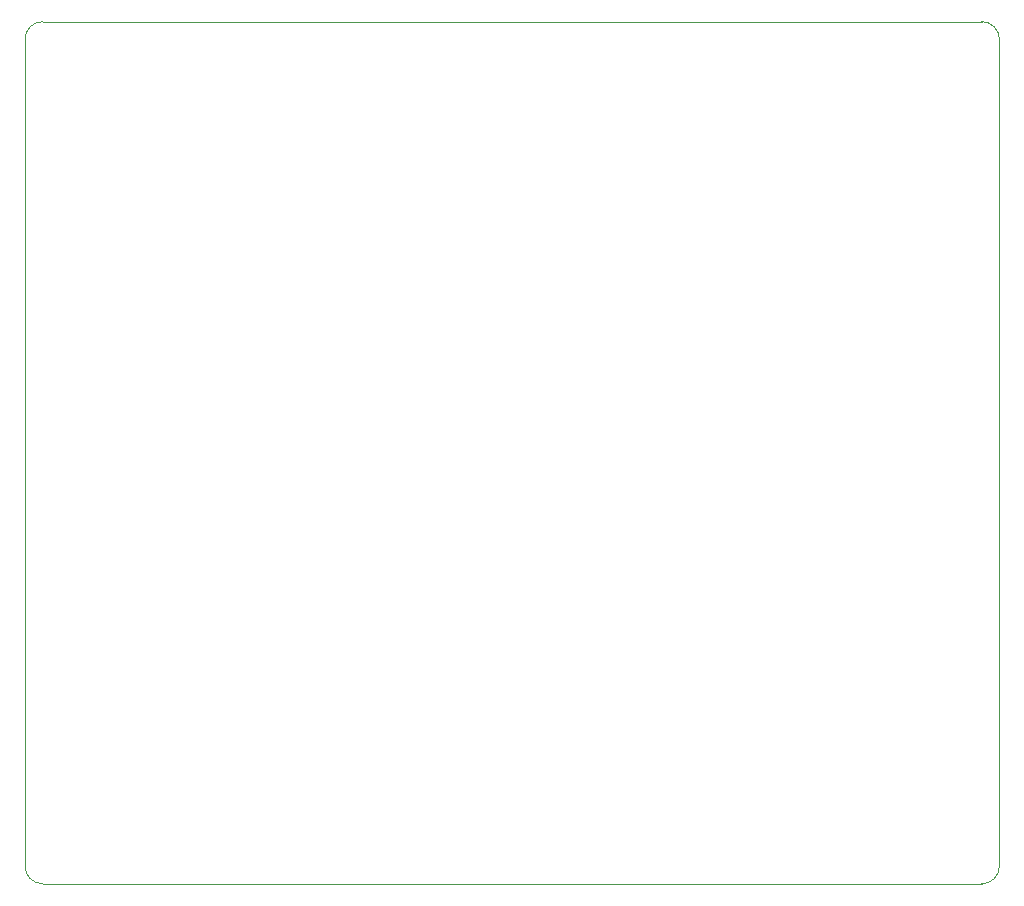
<source format=gm1>
G04 #@! TF.FileFunction,Profile,NP*
%FSLAX46Y46*%
G04 Gerber Fmt 4.6, Leading zero omitted, Abs format (unit mm)*
G04 Created by KiCad (PCBNEW 4.0.7) date 12/12/18 23:49:00*
%MOMM*%
%LPD*%
G01*
G04 APERTURE LIST*
%ADD10C,0.100000*%
G04 APERTURE END LIST*
D10*
X110500000Y-127000000D02*
X190000000Y-127000000D01*
X109000000Y-55500000D02*
X109000000Y-125500000D01*
X191500000Y-125500000D02*
X191500000Y-55500000D01*
X190000000Y-54000000D02*
X110500000Y-54000000D01*
X110500000Y-54000000D02*
G75*
G03X109000000Y-55500000I0J-1500000D01*
G01*
X191500000Y-55500000D02*
G75*
G03X190000000Y-54000000I-1500000J0D01*
G01*
X190000000Y-127000000D02*
G75*
G03X191500000Y-125500000I0J1500000D01*
G01*
X109000000Y-125500000D02*
G75*
G03X110500000Y-127000000I1500000J0D01*
G01*
M02*

</source>
